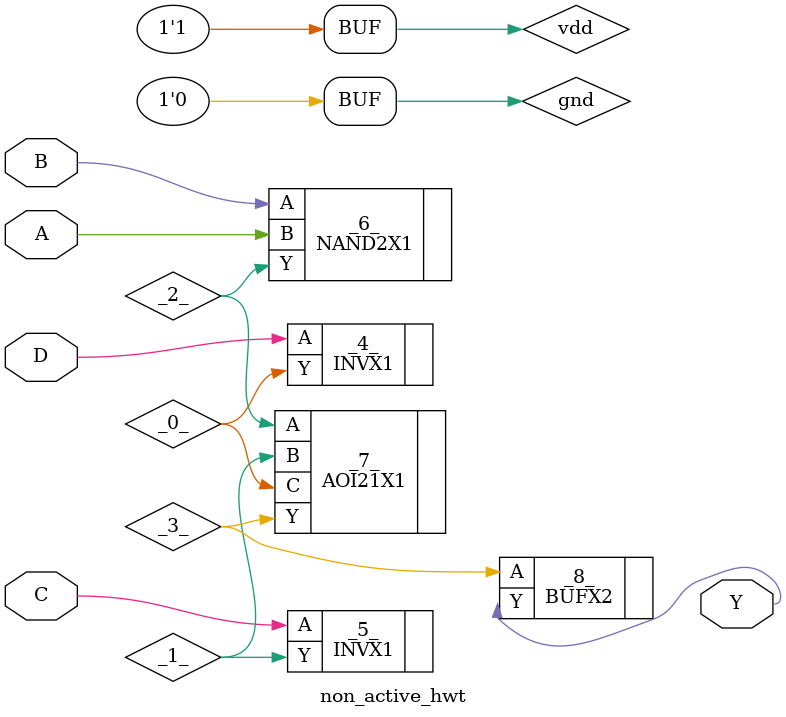
<source format=v>
/* Verilog module written by vlog2Verilog (qflow) */

module non_active_hwt(
    input A,
    input B,
    input C,
    input D,
    output Y
);

wire vdd = 1'b1;
wire gnd = 1'b0;

wire A ;
wire B ;
wire C ;
wire D ;
wire Y ;
wire _1_ ;
wire _3_ ;
wire _0_ ;
wire _2_ ;

INVX1 _4_ (
    .A(D),
    .Y(_0_)
);

INVX1 _5_ (
    .A(C),
    .Y(_1_)
);

NAND2X1 _6_ (
    .A(B),
    .B(A),
    .Y(_2_)
);

AOI21X1 _7_ (
    .A(_2_),
    .B(_1_),
    .C(_0_),
    .Y(_3_)
);

BUFX2 _8_ (
    .A(_3_),
    .Y(Y)
);

endmodule

</source>
